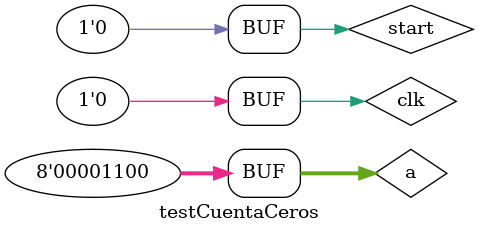
<source format=v>
`timescale 1ns / 1ps


module testCuentaCeros;

	// Inputs
	reg [7:0] a;
	reg clk;
	reg start;

	// Outputs
	wire [2:0] count;
	wire done;

	// Instantiate the Unit Under Test (UUT)
	cuentaCeros uut (
		.a(a), 
		.clk(clk), 
		.start(start), 
		.count(count), 
		.done(done)
	);
	
/**

// PARA NO TENER QUE SETEAR EL CLK A MANO CADA VEZ

	
	parameter T = 100;
	
	always
	begin
		clk = 0;
		#(T/2);
		clk = 1;
		#(T/2);
	end

**/

	initial begin
		// Initialize Inputs
		a = 8'b00001100;
		clk = 1;
		start = 1;

		// Wait 100 ns for global reset to finish
		#100;

		clk = 0;
		
		/**
		// PARA HACER ALGO CUANDO ESTA EL CLK EN 1
		
		@(posedge clk);
		
		**/
		
		start = 0;

		// Wait 100 ns for global reset to finish
		#100;

		clk = 1;

		// Wait 100 ns for global reset to finish
		#100;

		clk = 0;

		// Wait 100 ns for global reset to finish
		#100;

		clk = 1;

		// Wait 100 ns for global reset to finish
		#100;
        
		clk = 0;

		// Wait 100 ns for global reset to finish
		#100;

		clk = 1;

		// Wait 100 ns for global reset to finish
		#100;

		clk = 0;

		// Wait 100 ns for global reset to finish
		#100;

		clk = 1;

		// Wait 100 ns for global reset to finish
		#100;

		clk = 0;

		// Wait 100 ns for global reset to finish
		#100;

		clk = 1;

		// Wait 100 ns for global reset to finish
		#100;

		clk = 0;

		// Wait 100 ns for global reset to finish
		#100;

		clk = 1;

		// Wait 100 ns for global reset to finish
		#100;

		clk = 0;

		// Wait 100 ns for global reset to finish
		#100;

		clk = 1;

		// Wait 100 ns for global reset to finish
		#100;

		clk = 0;

		// Wait 100 ns for global reset to finish
		#100;

		clk = 1;

		// Wait 100 ns for global reset to finish
		#100;

		clk = 0;

		// Wait 100 ns for global reset to finish
		#100;


		clk = 1;

		// Wait 100 ns for global reset to finish
		#100;

		clk = 0;

		// Wait 100 ns for global reset to finish
		#100;

		clk = 1;

		// Wait 100 ns for global reset to finish
		#100;

		clk = 0;

		// Wait 100 ns for global reset to finish
		#100;

		clk = 1;

		// Wait 100 ns for global reset to finish
		#100;

		clk = 0;

		// Wait 100 ns for global reset to finish
		#100;

		clk = 1;

		// Wait 100 ns for global reset to finish
		#100;

		clk = 0;

		// Wait 100 ns for global reset to finish
		#100;

		clk = 1;

		// Wait 100 ns for global reset to finish
		#100;

		clk = 0;

		// Wait 100 ns for global reset to finish
		#100;


		clk = 1;

		// Wait 100 ns for global reset to finish
		#100;

		clk = 0;

		// Wait 100 ns for global reset to finish
		#100;

		clk = 1;

		// Wait 100 ns for global reset to finish
		#100;

		clk = 0;

		// Wait 100 ns for global reset to finish
		#100;

		clk = 1;

		// Wait 100 ns for global reset to finish
		#100;

		clk = 0;

		// Wait 100 ns for global reset to finish
		#100;

		clk = 1;

		// Wait 100 ns for global reset to finish
		#100;

		clk = 0;

		// Wait 100 ns for global reset to finish
		#100;

		clk = 1;

		// Wait 100 ns for global reset to finish
		#100;

		clk = 0;

		// Wait 100 ns for global reset to finish
		#100;

		clk = 1;

		// Wait 100 ns for global reset to finish
		#100;

		clk = 0;

		// Wait 100 ns for global reset to finish
		#100;

		clk = 1;

		// Wait 100 ns for global reset to finish
		#100;

		clk = 0;

		// Wait 100 ns for global reset to finish
		#100;

		clk = 1;

		// Wait 100 ns for global reset to finish
		#100;

		clk = 0;

		// Wait 100 ns for global reset to finish
		#100;

		clk = 1;

		// Wait 100 ns for global reset to finish
		#100;

		clk = 0;

		// Wait 100 ns for global reset to finish
		#100;

		clk = 1;

		// Wait 100 ns for global reset to finish
		#100;

		clk = 0;

		// Wait 100 ns for global reset to finish
		#100;

		clk = 1;

		// Wait 100 ns for global reset to finish
		#100;

		clk = 0;

		// Wait 100 ns for global reset to finish
		#100;

		clk = 1;

		// Wait 100 ns for global reset to finish
		#100;

		clk = 0;

		// Wait 100 ns for global reset to finish
		#100;

		clk = 1;

		// Wait 100 ns for global reset to finish
		#100;

		clk = 0;

		// Wait 100 ns for global reset to finish
		#100;


		// Add stimulus here

	end
      
endmodule


</source>
